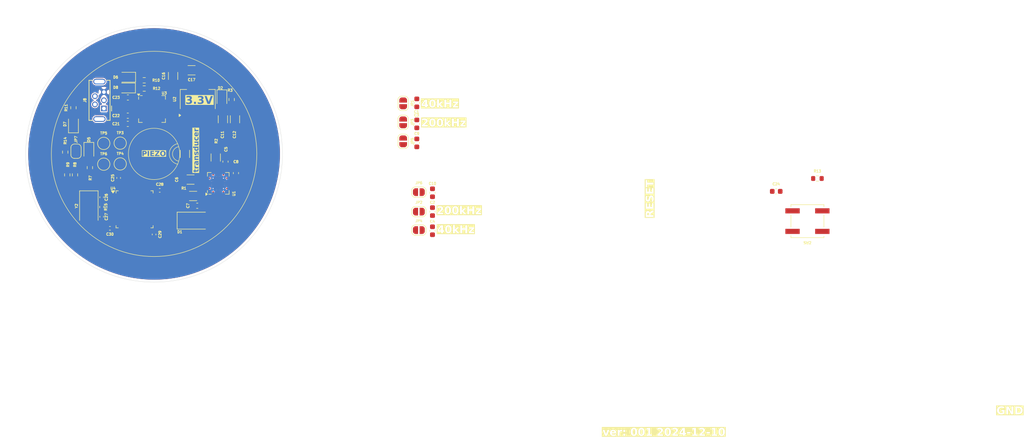
<source format=kicad_pcb>
(kicad_pcb (version 20240108) (generator "pcbnew") (generator_version "8.0")
  (layers (0 "F.Cu" signal) (31 "B.Cu" signal) (34 "B.Paste" user) (35 "F.Paste" user) (36 "B.SilkS" user "B.Silkscreen") (37 "F.SilkS" user "F.Silkscreen") (38 "B.Mask" user) (39 "F.Mask" user) (44 "Edge.Cuts" user))
  (net 0 "")
  (net 1 "Net-(J8-VBUS)")
  (net 2 "Net-(U3-VDD)")
  (net 3 "rst")
  (net 4 "GND")
  (net 5 "NCS")
  (net 6 "OUT_4")
  (net 7 "ADC")
  (net 8 "IO_2")
  (net 9 "Net-(U3-~{DTR})")
  (net 10 "OUT_3")
  (net 11 "SDO")
  (net 12 "SCLK")
  (net 13 "IO_1")
  (net 14 "+5V")
  (net 15 "SDI")
  (net 16 "Net-(JP1-A)")
  (net 17 "Net-(JP2-A)")
  (net 18 "Net-(JP3-A)")
  (net 19 "Net-(JP4-A)")
  (net 20 "Net-(C5-Pad1)")
  (net 21 "Net-(U1-INP)")
  (net 22 "Net-(U1-VDRV)")
  (net 23 "Net-(U1-VPWR)")
  (net 24 "Net-(JP5-A)")
  (net 25 "Net-(JP6-A)")
  (net 26 "Net-(D1-K)")
  (net 27 "VCC")
  (net 28 "Net-(U4-PD0-OSC_IN)")
  (net 29 "Net-(JP1-B)")
  (net 30 "Net-(JP2-B)")
  (net 31 "+3.3V")
  (net 32 "Net-(U4-PD0-OSC_OUT)")
  (net 33 "Net-(D5-A)")
  (net 34 "Net-(D6-K)")
  (net 35 "Net-(D7-A)")
  (net 36 "Net-(D8-K)")
  (net 39 "Net-(J8-D-)")
  (net 40 "Net-(J8-D+)")
  (net 41 "BOOT_0")
  (net 42 "Net-(U1-OUTA)")
  (net 43 "Net-(U4-PC13-TAMPER-RTC)")
  (net 44 "5V_voltage_detect")
  (net 45 "uC_TX")
  (net 46 "uC_RX")
  (net 47 "Net-(U1-OUTB)")
  (net 49 "Net-(D2-A)")
  (net 75 "BOOT_1")
  (footprint "Jumper:SolderJumper-2_P1.3mm_Open_RoundedPad1.0x1.5mm" (layer "F.Cu") (at 151.55 102.45)
    (property "Reference" "JP6" (at 0 -1.8 0) (layer "F.SilkS") (effects (font (size 0.5 0.5) (thickness 0.125))))
    (property "Value" "CUSTOM kHz")
    (pad "1" smd custom (at -0.65 0) (size 1 0.5) (layers "F.Cu" "F.Mask") (net 25 "Net-(JP6-A)") (options (clearance outline) (anchor rect)) (primitives (gr_circle (center 0 0.25) (end 0.5 0.25) (width 0) (fill yes)) (gr_circle (center 0 -0.25) (end 0.5 -0.25) (width 0) (fill yes)) (gr_poly (pts (xy 0.5 0.75) (xy 0 0.75) (xy 0 -0.75) (xy 0.5 -0.75)) (width 0) (fill yes))))
    (pad "2" smd custom (at 0.65 0) (size 1 0.5) (layers "F.Cu" "F.Mask") (net 30 "Net-(JP2-B)") (options (clearance outline) (anchor rect)) (primitives (gr_circle (center 0 0.25) (end 0.5 0.25) (width 0) (fill yes)) (gr_circle (center 0 -0.25) (end 0.5 -0.25) (width 0) (fill yes)) (gr_poly (pts (xy 0 0.75) (xy -0.5 0.75) (xy -0.5 -0.75) (xy 0 -0.75)) (width 0) (fill yes))))
  )
  (footprint "Capacitor_SMD:C_1206_3216Metric" (layer "F.Cu") (at 107.3 78.7 180)
    (property "Reference" "C17" (at 0 -1.85 360) (layer "F.SilkS") (effects (font (size 0.5 0.5) (thickness 0.125))))
    (property "Value" "C47uF")
    (pad "1" smd roundrect (at -1.475 0 180) (size 1.15 1.8) (layers "F.Cu" "F.Paste" "F.Mask") (roundrect_rratio 0.217391) (net 31 "+3.3V"))
    (pad "2" smd roundrect (at 1.475 0 180) (size 1.15 1.8) (layers "F.Cu" "F.Paste" "F.Mask") (roundrect_rratio 0.217391) (net 4 "GND"))
  )
  (footprint "Resistor_SMD:R_1206_3216Metric" (layer "F.Cu") (at 112 95.7 -90)
    (property "Reference" "R2" (at -3.2 -0.1 90) (layer "F.SilkS") (effects (font (size 0.5 0.5) (thickness 0.125))))
    (property "Value" "R200")
    (pad "1" smd roundrect (at -1.4625 0 270) (size 1.125 1.75) (layers "F.Cu" "F.Paste" "F.Mask") (roundrect_rratio 0.222222) (net 20 "Net-(C5-Pad1)"))
    (pad "2" smd roundrect (at 1.4625 0 270) (size 1.125 1.75) (layers "F.Cu" "F.Paste" "F.Mask") (roundrect_rratio 0.222222) (net 42 "Net-(U1-OUTA)"))
  )
  (footprint "Jumper:SolderJumper-2_P1.3mm_Open_RoundedPad1.0x1.5mm" (layer "F.Cu") (at 151.55 106.25)
    (property "Reference" "JP2" (at 0 -1.8 0) (layer "F.SilkS") (effects (font (size 0.5 0.5) (thickness 0.125))))
    (property "Value" "40kHz")
    (pad "1" smd custom (at -0.65 0) (size 1 0.5) (layers "F.Cu" "F.Mask") (net 17 "Net-(JP2-A)") (options (clearance outline) (anchor rect)) (primitives (gr_circle (center 0 0.25) (end 0.5 0.25) (width 0) (fill yes)) (gr_circle (center 0 -0.25) (end 0.5 -0.25) (width 0) (fill yes)) (gr_poly (pts (xy 0.5 0.75) (xy 0 0.75) (xy 0 -0.75) (xy 0.5 -0.75)) (width 0) (fill yes))))
    (pad "2" smd custom (at 0.65 0) (size 1 0.5) (layers "F.Cu" "F.Mask") (net 30 "Net-(JP2-B)") (options (clearance outline) (anchor rect)) (primitives (gr_circle (center 0 0.25) (end 0.5 0.25) (width 0) (fill yes)) (gr_circle (center 0 -0.25) (end 0.5 -0.25) (width 0) (fill yes)) (gr_poly (pts (xy 0 0.75) (xy -0.5 0.75) (xy -0.5 -0.75) (xy 0 -0.75)) (width 0) (fill yes))))
  )
  (footprint "Capacitor_SMD:C_0402_1005Metric" (layer "F.Cu") (at 89.8 107.25 -90)
    (property "Reference" "C27" (at 0 -0.9 90) (layer "F.SilkS") (effects (font (size 0.5 0.5) (thickness 0.125))))
    (property "Value" "C22pF")
    (pad "1" smd roundrect (at -0.48 0 270) (size 0.56 0.62) (layers "F.Cu" "F.Paste" "F.Mask") (net 32 "Net-(U4-PD0-OSC_OUT)"))
    (pad "2" smd roundrect (at 0.48 0 270) (size 0.56 0.62) (layers "F.Cu" "F.Paste" "F.Mask") (net 4 "GND"))
  )
  (footprint "Resistor_SMD:R_0603_1608Metric" (layer "F.Cu") (at 87.5 97.675 -90)
    (property "Reference" "R7" (at 2.025 -0.1 90) (layer "F.SilkS") (effects (font (size 0.5 0.5) (thickness 0.125))))
    (property "Value" "R1k")
    (pad "1" smd roundrect (at -0.825 0 270) (size 0.8 0.95) (layers "F.Cu" "F.Paste" "F.Mask") (net 33 "Net-(D5-A)"))
    (pad "2" smd roundrect (at 0.825 0 270) (size 0.8 0.95) (layers "F.Cu" "F.Paste" "F.Mask") (net 43 "Net-(U4-PC13-TAMPER-RTC)"))
  )
  (footprint "LED_SMD:LED_0805_2012Metric" (layer "F.Cu") (at 113.2 84.2 -90)
    (property "Reference" "D2" (at -2.05 0.3 180) (layer "F.SilkS") (effects (font (size 0.5 0.5) (thickness 0.125))))
    (property "Value" "LED_PWR")
    (pad "1" smd roundrect (at -0.9375 0 270) (size 0.975 1.4) (layers "F.Cu" "F.Paste" "F.Mask") (net 4 "GND"))
    (pad "2" smd roundrect (at 0.9375 0 270) (size 0.975 1.4) (layers "F.Cu" "F.Paste" "F.Mask") (net 49 "Net-(D2-A)"))
  )
  (footprint "Resistor_SMD:R_0603_1608Metric" (layer "F.Cu") (at 83.1 99.0875 -90)
    (property "Reference" "R9" (at -2 -0.14 90) (layer "F.SilkS") (effects (font (size 0.5 0.5) (thickness 0.125))))
    (property "Value" "R1k")
    (pad "1" smd roundrect (at -0.825 0 270) (size 0.8 0.95) (layers "F.Cu" "F.Paste" "F.Mask") (net 44 "5V_voltage_detect"))
    (pad "2" smd roundrect (at 0.825 0 270) (size 0.8 0.95) (layers "F.Cu" "F.Paste" "F.Mask") (net 4 "GND"))
  )
  (footprint "Resistor_SMD:R_1206_3216Metric" (layer "F.Cu") (at 106 95 90)
    (property "Reference" "Y1" (hide yes))
    (property "Value" "Crystal" (hide yes))
    (pad "1" smd roundrect (at -1.4625 0 90) (size 1.125 1.75) (layers "F.Cu" "F.Paste" "F.Mask") (roundrect_rratio 0.222222) (net 47 "Net-(U1-OUTB)"))
    (pad "2" smd roundrect (at 1.4625 0 90) (size 1.125 1.75) (layers "F.Cu" "F.Paste" "F.Mask") (roundrect_rratio 0.222222) (net 42 "Net-(U1-OUTA)"))
  )
  (footprint "Resistor_SMD:R_0402_1005Metric" (layer "F.Cu") (at 89.8 105.35 -90)
    (property "Reference" "R15" (at 0 -0.8 90) (layer "F.SilkS") (effects (font (size 0.5 0.5) (thickness 0.125))))
    (property "Value" "R1M")
    (pad "1" smd roundrect (at -0.51 0 270) (size 0.54 0.64) (layers "F.Cu" "F.Paste" "F.Mask") (net 28 "Net-(U4-PD0-OSC_IN)"))
    (pad "2" smd roundrect (at 0.51 0 270) (size 0.54 0.64) (layers "F.Cu" "F.Paste" "F.Mask") (net 32 "Net-(U4-PD0-OSC_OUT)"))
  )
  (footprint "Capacitor_SMD:C_0402_1005Metric" (layer "F.Cu") (at 93.1 99.68 90)
    (property "Reference" "C25" (at 0 -1.16 90) (layer "F.SilkS") (effects (font (size 0.5 0.5) (thickness 0.125))))
    (property "Value" "C100nF")
    (pad "1" smd roundrect (at -0.48 0 90) (size 0.56 0.62) (layers "F.Cu" "F.Paste" "F.Mask") (net 31 "+3.3V"))
    (pad "2" smd roundrect (at 0.48 0 90) (size 0.56 0.62) (layers "F.Cu" "F.Paste" "F.Mask") (net 4 "GND"))
  )
  (footprint "Resistor_SMD:R_0603_1608Metric" (layer "F.Cu") (at 229.145 99.79)
    (property "Reference" "R13" (at 0 -1.43 0) (layer "F.SilkS") (effects (font (size 0.5 0.5) (thickness 0.125))))
    (property "Value" "R10k")
    (pad "1" smd roundrect (at -0.825 0) (size 0.8 0.95) (layers "F.Cu" "F.Paste" "F.Mask") (net 31 "+3.3V"))
    (pad "2" smd roundrect (at 0.825 0) (size 0.8 0.95) (layers "F.Cu" "F.Paste" "F.Mask") (net 3 "rst"))
  )
  (footprint "Package_DFN_QFN:QFN-20-1EP_4x4mm_P0.5mm_EP2.5x2.5mm_ThermalVias" (layer "F.Cu") (at 112.5 100.7375 90)
    (property "Reference" "U1" (at -2 3.0375 90) (layer "F.SilkS") (effects (font (size 0.5 0.5) (thickness 0.125))))
    (property "Value" "TUSS4470TRTJR")
    (pad "1" smd roundrect (at -1.9375 -1 90) (size 0.825 0.25) (layers "F.Cu" "F.Paste" "F.Mask") (net 10 "OUT_3"))
    (pad "2" smd roundrect (at -1.9375 -0.5 90) (size 0.825 0.25) (layers "F.Cu" "F.Paste" "F.Mask") (net 4 "GND"))
    (pad "3" smd roundrect (at -1.9375 0 90) (size 0.825 0.25) (layers "F.Cu" "F.Paste" "F.Mask") (net 5 "NCS"))
    (pad "4" smd roundrect (at -1.9375 0.5 90) (size 0.825 0.25) (layers "F.Cu" "F.Paste" "F.Mask") (net 12 "SCLK"))
    (pad "5" smd roundrect (at -1.9375 1 90) (size 0.825 0.25) (layers "F.Cu" "F.Paste" "F.Mask") (net 15 "SDI"))
    (pad "6" smd roundrect (at -1 1.9375 90) (size 0.25 0.825) (layers "F.Cu" "F.Paste" "F.Mask") (net 11 "SDO"))
    (pad "7" smd roundrect (at -0.5 1.9375 90) (size 0.25 0.825) (layers "F.Cu" "F.Paste" "F.Mask") (net 13 "IO_1"))
    (pad "8" smd roundrect (at 0 1.9375 90) (size 0.25 0.825) (layers "F.Cu" "F.Paste" "F.Mask") (net 8 "IO_2"))
    (pad "9" smd roundrect (at 0.5 1.9375 90) (size 0.25 0.825) (layers "F.Cu" "F.Paste" "F.Mask") (net 7 "ADC"))
    (pad "10" smd roundrect (at 1 1.9375 90) (size 0.25 0.825) (layers "F.Cu" "F.Paste" "F.Mask") (net 14 "+5V"))
    (pad "11" smd roundrect (at 1.9375 1 90) (size 0.825 0.25) (layers "F.Cu" "F.Paste" "F.Mask") (net 30 "Net-(JP2-B)"))
    (pad "12" smd roundrect (at 1.9375 0.5 90) (size 0.825 0.25) (layers "F.Cu" "F.Paste" "F.Mask") (net 21 "Net-(U1-INP)"))
    (pad "13" smd roundrect (at 1.9375 0 90) (size 0.825 0.25) (layers "F.Cu" "F.Paste" "F.Mask") (net 4 "GND"))
    (pad "14" smd roundrect (at 1.9375 -0.5 90) (size 0.825 0.25) (layers "F.Cu" "F.Paste" "F.Mask") (net 4 "GND"))
    (pad "15" smd roundrect (at 1.9375 -1 90) (size 0.825 0.25) (layers "F.Cu" "F.Paste" "F.Mask") (net 42 "Net-(U1-OUTA)"))
    (pad "16" smd roundrect (at 1 -1.9375 90) (size 0.25 0.825) (layers "F.Cu" "F.Paste" "F.Mask") (net 47 "Net-(U1-OUTB)"))
    (pad "17" smd roundrect (at 0.5 -1.9375 90) (size 0.25 0.825) (layers "F.Cu" "F.Paste" "F.Mask") (net 22 "Net-(U1-VDRV)"))
    (pad "18" smd roundrect (at 0 -1.9375 90) (size 0.25 0.825) (layers "F.Cu" "F.Paste" "F.Mask") (net 29 "Net-(JP1-B)"))
    (pad "19" smd roundrect (at -0.5 -1.9375 90) (size 0.25 0.825) (layers "F.Cu" "F.Paste" "F.Mask") (net 6 "OUT_4"))
    (pad "20" smd roundrect (at -1 -1.9375 90) (size 0.25 0.825) (layers "F.Cu" "F.Paste" "F.Mask") (net 23 "Net-(U1-VPWR)"))
    (pad "21" thru_hole circle (at -1 -1 90) (size 0.5 0.5) (drill 0.2) (property pad_prop_heatsink) (layers "*.Cu") (net 4 "GND"))
    (pad "21" thru_hole circle (at -1 1 90) (size 0.5 0.5) (drill 0.2) (property pad_prop_heatsink) (layers "*.Cu") (net 4 "GND"))
    (pad "21" smd rect (at 0 0 90) (size 2.5 2.5) (property pad_prop_heatsink) (layers "F.Cu" "F.Mask") (net 4 "GND"))
    (pad "21" smd rect (at 0 0 90) (size 2.5 2.5) (property pad_prop_heatsink) (layers "B.Cu") (net 4 "GND"))
    (pad "21" thru_hole circle (at 1 -1 90) (size 0.5 0.5) (drill 0.2) (property pad_prop_heatsink) (layers "*.Cu") (net 4 "GND"))
    (pad "21" thru_hole circle (at 1 1 90) (size 0.5 0.5) (drill 0.2) (property pad_prop_heatsink) (layers "*.Cu") (net 4 "GND"))
  )
  (footprint "Diode_SMD:D_SMA" (layer "F.Cu") (at 108 108)
    (property "Reference" "D1" (at -3 2.2 360) (layer "F.SilkS") (effects (font (size 0.5 0.5) (thickness 0.125))))
    (property "Value" "1N4001")
    (pad "1" smd roundrect (at -2 0) (size 2.5 1.8) (layers "F.Cu" "F.Paste" "F.Mask") (roundrect_rratio 0.1388888889) (net 26 "Net-(D1-K)"))
    (pad "2" smd roundrect (at 2 0) (size 2.5 1.8) (layers "F.Cu" "F.Paste" "F.Mask") (roundrect_rratio 0.1388888889) (net 27 "VCC"))
  )
  (footprint "Resistor_SMD:R_0603_1608Metric" (layer "F.Cu") (at 84.6 99.0875 90)
    (property "Reference" "R8" (at 2 0 90) (layer "F.SilkS") (effects (font (size 0.5 0.5) (thickness 0.125))))
    (property "Value" "R1k")
    (pad "1" smd roundrect (at -0.825 0 90) (size 0.8 0.95) (layers "F.Cu" "F.Paste" "F.Mask") (net 14 "+5V"))
    (pad "2" smd roundrect (at 0.825 0 90) (size 0.8 0.95) (layers "F.Cu" "F.Paste" "F.Mask") (net 44 "5V_voltage_detect"))
  )
  (footprint "Capacitor_SMD:C_0603_1608Metric" (layer "F.Cu") (at 113.9 96.5 -90)
    (property "Reference" "C5" (at -2.4 -0.1 90) (layer "F.SilkS") (effects (font (size 0.5 0.5) (thickness 0.125))))
    (property "Value" "40V, 330pF")
    (pad "1" smd roundrect (at -0.775 0 270) (size 0.9 0.95) (layers "F.Cu" "F.Paste" "F.Mask") (net 20 "Net-(C5-Pad1)"))
    (pad "2" smd roundrect (at 0.775 0 270) (size 0.9 0.95) (layers "F.Cu" "F.Paste" "F.Mask") (net 21 "Net-(U1-INP)"))
  )
  (footprint "Resistor_SMD:R_0603_1608Metric" (layer "F.Cu") (at 98.08 80.65)
    (property "Reference" "R10" (at 2.3 0 360) (layer "F.SilkS") (effects (font (size 0.5 0.5) (thickness 0.125))))
    (property "Value" "R330")
    (pad "1" smd roundrect (at -0.825 0) (size 0.8 0.95) (layers "F.Cu" "F.Paste" "F.Mask") (net 34 "Net-(D6-K)"))
    (pad "2" smd roundrect (at 0.825 0) (size 0.8 0.95) (layers "F.Cu" "F.Paste" "F.Mask") (net 45 "uC_TX"))
  )
  (footprint "Capacitor_SMD:C_0402_1005Metric" (layer "F.Cu") (at 100 110.7 -90)
    (property "Reference" "C29" (at 0 -1.16 90) (layer "F.SilkS") (effects (font (size 0.5 0.5) (thickness 0.125))))
    (property "Value" "C100nF")
    (pad "1" smd roundrect (at -0.48 0 270) (size 0.56 0.62) (layers "F.Cu" "F.Paste" "F.Mask") (net 31 "+3.3V"))
    (pad "2" smd roundrect (at 0.48 0 270) (size 0.56 0.62) (layers "F.Cu" "F.Paste" "F.Mask") (net 4 "GND"))
  )
  (footprint "Capacitor_SMD:C_1206_3216Metric" (layer "F.Cu") (at 115.75 88.25 90)
    (property "Reference" "C12" (at -3 -0.1 90) (layer "F.SilkS") (effects (font (size 0.5 0.5) (thickness 0.125))))
    (property "Value" "C47uF")
    (pad "1" smd roundrect (at -1.475 0 90) (size 1.15 1.8) (layers "F.Cu" "F.Paste" "F.Mask") (roundrect_rratio 0.217391) (net 14 "+5V"))
    (pad "2" smd roundrect (at 1.475 0 90) (size 1.15 1.8) (layers "F.Cu" "F.Paste" "F.Mask") (roundrect_rratio 0.217391) (net 4 "GND"))
  )
  (footprint "Jumper:SolderJumper-2_P1.3mm_Open_RoundedPad1.0x1.5mm" (layer "F.Cu") (at 148.49 88.85 -90)
    (property "Reference" "JP3" (at 0 -1.8 270) (layer "F.SilkS") (effects (font (size 0.5 0.5) (thickness 0.125))))
    (property "Value" "200kHz")
    (pad "1" smd custom (at -0.65 0 270) (size 1 0.5) (layers "F.Cu" "F.Mask") (net 18 "Net-(JP3-A)") (options (clearance outline) (anchor rect)) (primitives (gr_circle (center 0 0.25) (end 0.5 0.25) (width 0) (fill yes)) (gr_circle (center 0 -0.25) (end 0.5 -0.25) (width 0) (fill yes)) (gr_poly (pts (xy 0.5 0.75) (xy 0 0.75) (xy 0 -0.75) (xy 0.5 -0.75)) (width 0) (fill yes))))
    (pad "2" smd custom (at 0.65 0 270) (size 1 0.5) (layers "F.Cu" "F.Mask") (net 29 "Net-(JP1-B)") (options (clearance outline) (anchor rect)) (primitives (gr_circle (center 0 0.25) (end 0.5 0.25) (width 0) (fill yes)) (gr_circle (center 0 -0.25) (end 0.5 -0.25) (width 0) (fill yes)) (gr_poly (pts (xy 0 0.75) (xy -0.5 0.75) (xy -0.5 -0.75) (xy 0 -0.75)) (width 0) (fill yes))))
  )
  (footprint "LED_SMD:LED_0805_2012Metric" (layer "F.Cu") (at 87.3 94.45 -90)
    (property "Reference" "D5" (at -2.25 0 90) (layer "F.SilkS") (effects (font (size 0.5 0.5) (thickness 0.125))))
    (property "Value" "LED_PC13")
    (pad "1" smd roundrect (at -0.9375 0 270) (size 0.975 1.4) (layers "F.Cu" "F.Paste" "F.Mask") (net 4 "GND"))
    (pad "2" smd roundrect (at 0.9375 0 270) (size 0.975 1.4) (layers "F.Cu" "F.Paste" "F.Mask") (net 33 "Net-(D5-A)"))
  )
  (footprint "Capacitor_SMD:C_0603_1608Metric" (layer "F.Cu") (at 154.2 106.25 90)
    (property "Reference" "C2" (at 1.8 0 180) (layer "F.SilkS") (effects (font (size 0.5 0.5) (thickness 0.125))))
    (property "Value" "C106nF")
    (pad "1" smd roundrect (at -0.775 0 90) (size 0.9 0.95) (layers "F.Cu" "F.Paste" "F.Mask") (net 17 "Net-(JP2-A)"))
    (pad "2" smd roundrect (at 0.775 0 90) (size 0.9 0.95) (layers "F.Cu" "F.Paste" "F.Mask") (net 4 "GND"))
  )
  (footprint "TestPoint:TestPoint_Pad_D2.0mm" (layer "F.Cu") (at 93.4 96.95)
    (property "Reference" "TP4" (at 0 -1.998 0) (layer "F.SilkS") (effects (font (size 0.5 0.5) (thickness 0.125))))
    (property "Value" "TX")
    (pad "1" smd circle (at 0 0) (size 2 2) (layers "F.Cu" "F.Mask") (net 45 "uC_TX"))
  )
  (footprint "LED_SMD:LED_0805_2012Metric" (layer "F.Cu") (at 84.3 89.2 90)
    (property "Reference" "D7" (at 0 -1.65 90) (layer "F.SilkS") (effects (font (size 0.5 0.5) (thickness 0.125))))
    (property "Value" "LED_3.3V_PWR")
    (pad "1" smd roundrect (at -0.9375 0 90) (size 0.975 1.4) (layers "F.Cu" "F.Paste" "F.Mask") (net 4 "GND"))
    (pad "2" smd roundrect (at 0.9375 0 90) (size 0.975 1.4) (layers "F.Cu" "F.Paste" "F.Mask") (net 35 "Net-(D7-A)"))
  )
  (footprint "TestPoint:TestPoint_Pad_D2.0mm" (layer "F.Cu") (at 93.4 92.9)
    (property "Reference" "TP3" (at 0 -1.998 0) (layer "F.SilkS") (effects (font (size 0.5 0.5) (thickness 0.125))))
    (property "Value" "RX")
    (pad "1" smd circle (at 0 0) (size 2 2) (layers "F.Cu" "F.Mask") (net 46 "uC_RX"))
  )
  (footprint "Package_QFP:LQFP-48_7x7mm_P0.5mm" (layer "F.Cu") (at 96.2 105.8)
    (property "Reference" "U4" (at -4.2 -4.1 360) (layer "F.SilkS") (effects (font (size 0.5 0.5) (thickness 0.125))))
    (property "Value" "STM32F103C8Tx")
    (pad "1" smd roundrect (at -4.1625 -2.75) (size 1.475 0.3) (layers "F.Cu" "F.Paste" "F.Mask"))
    (pad "2" smd roundrect (at -4.1625 -2.25) (size 1.475 0.3) (layers "F.Cu" "F.Paste" "F.Mask") (net 43 "Net-(U4-PC13-TAMPER-RTC)"))
    (pad "3" smd roundrect (at -4.1625 -1.75) (size 1.475 0.3) (layers "F.Cu" "F.Paste" "F.Mask"))
    (pad "4" smd roundrect (at -4.1625 -1.25) (size 1.475 0.3) (layers "F.Cu" "F.Paste" "F.Mask"))
    (pad "5" smd roundrect (at -4.1625 -0.75) (size 1.475 0.3) (layers "F.Cu" "F.Paste" "F.Mask") (net 28 "Net-(U4-PD0-OSC_IN)"))
    (pad "6" smd roundrect (at -4.1625 -0.25) (size 1.475 0.3) (layers "F.Cu" "F.Paste" "F.Mask") (net 32 "Net-(U4-PD0-OSC_OUT)"))
    (pad "7" smd roundrect (at -4.1625 0.25) (size 1.475 0.3) (layers "F.Cu" "F.Paste" "F.Mask") (net 3 "rst"))
    (pad "8" smd roundrect (at -4.1625 0.75) (size 1.475 0.3) (layers "F.Cu" "F.Paste" "F.Mask") (net 4 "GND"))
    (pad "9" smd roundrect (at -4.1625 1.25) (size 1.475 0.3) (layers "F.Cu" "F.Paste" "F.Mask") (net 31 "+3.3V"))
    (pad "10" smd roundrect (at -4.1625 1.75) (size 1.475 0.3) (layers "F.Cu" "F.Paste" "F.Mask"))
    (pad "11" smd roundrect (at -4.1625 2.25) (size 1.475 0.3) (layers "F.Cu" "F.Paste" "F.Mask"))
    (pad "12" smd roundrect (at -4.1625 2.75) (size 1.475 0.3) (layers "F.Cu" "F.Paste" "F.Mask"))
    (pad "13" smd roundrect (at -2.75 4.1625) (size 0.3 1.475) (layers "F.Cu" "F.Paste" "F.Mask"))
    (pad "14" smd roundrect (at -2.25 4.1625) (size 0.3 1.475) (layers "F.Cu" "F.Paste" "F.Mask"))
    (pad "15" smd roundrect (at -1.75 4.1625) (size 0.3 1.475) (layers "F.Cu" "F.Paste" "F.Mask"))
    (pad "16" smd roundrect (at -1.25 4.1625) (size 0.3 1.475) (layers "F.Cu" "F.Paste" "F.Mask"))
    (pad "17" smd roundrect (at -0.75 4.1625) (size 0.3 1.475) (layers "F.Cu" "F.Paste" "F.Mask"))
    (pad "18" smd roundrect (at -0.25 4.1625) (size 0.3 1.475) (layers "F.Cu" "F.Paste" "F.Mask"))
    (pad "19" smd roundrect (at 0.25 4.1625) (size 0.3 1.475) (layers "F.Cu" "F.Paste" "F.Mask") (net 44 "5V_voltage_detect"))
    (pad "20" smd roundrect (at 0.75 4.1625) (size 0.3 1.475) (layers "F.Cu" "F.Paste" "F.Mask") (net 75 "BOOT_1"))
    (pad "21" smd roundrect (at 1.25 4.1625) (size 0.3 1.475) (layers "F.Cu" "F.Paste" "F.Mask"))
    (pad "22" smd roundrect (at 1.75 4.1625) (size 0.3 1.475) (layers "F.Cu" "F.Paste" "F.Mask"))
    (pad "23" smd roundrect (at 2.25 4.1625) (size 0.3 1.475) (layers "F.Cu" "F.Paste" "F.Mask") (net 4 "GND"))
    (pad "24" smd roundrect (at 2.75 4.1625) (size 0.3 1.475) (layers "F.Cu" "F.Paste" "F.Mask") (net 31 "+3.3V"))
    (pad "25" smd roundrect (at 4.1625 2.75) (size 1.475 0.3) (layers "F.Cu" "F.Paste" "F.Mask"))
    (pad "26" smd roundrect (at 4.1625 2.25) (size 1.475 0.3) (layers "F.Cu" "F.Paste" "F.Mask"))
    (pad "27" smd roundrect (at 4.1625 1.75) (size 1.475 0.3) (layers "F.Cu" "F.Paste" "F.Mask"))
    (pad "28" smd roundrect (at 4.1625 1.25) (size 1.475 0.3) (layers "F.Cu" "F.Paste" "F.Mask"))
    (pad "29" smd roundrect (at 4.1625 0.75) (size 1.475 0.3) (layers "F.Cu" "F.Paste" "F.Mask"))
    (pad "30" smd roundrect (at 4.1625 0.25) (size 1.475 0.3) (layers "F.Cu" "F.Paste" "F.Mask") (net 45 "uC_TX"))
    (pad "31" smd roundrect (at 4.1625 -0.25) (size 1.475 0.3) (layers "F.Cu" "F.Paste" "F.Mask") (net 46 "uC_RX"))
    (pad "32" smd roundrect (at 4.1625 -0.75) (size 1.475 0.3) (layers "F.Cu" "F.Paste" "F.Mask"))
    (pad "33" smd roundrect (at 4.1625 -1.25) (size 1.475 0.3) (layers "F.Cu" "F.Paste" "F.Mask"))
    (pad "34" smd roundrect (at 4.1625 -1.75) (size 1.475 0.3) (layers "F.Cu" "F.Paste" "F.Mask"))
    (pad "35" smd roundrect (at 4.1625 -2.25) (size 1.475 0.3) (layers "F.Cu" "F.Paste" "F.Mask") (net 4 "GND"))
    (pad "36" smd roundrect (at 4.1625 -2.75) (size 1.475 0.3) (layers "F.Cu" "F.Paste" "F.Mask") (net 31 "+3.3V"))
    (pad "37" smd roundrect (at 2.75 -4.1625) (size 0.3 1.475) (layers "F.Cu" "F.Paste" "F.Mask"))
    (pad "38" smd roundrect (at 2.25 -4.1625) (size 0.3 1.475) (layers "F.Cu" "F.Paste" "F.Mask"))
    (pad "39" smd roundrect (at 1.75 -4.1625) (size 0.3 1.475) (layers "F.Cu" "F.Paste" "F.Mask"))
    (pad "40" smd roundrect (at 1.25 -4.1625) (size 0.3 1.475) (layers "F.Cu" "F.Paste" "F.Mask"))
    (pad "41" smd roundrect (at 0.75 -4.1625) (size 0.3 1.475) (layers "F.Cu" "F.Paste" "F.Mask"))
    (pad "42" smd roundrect (at 0.25 -4.1625) (size 0.3 1.475) (layers "F.Cu" "F.Paste" "F.Mask"))
    (pad "43" smd roundrect (at -0.25 -4.1625) (size 0.3 1.475) (layers "F.Cu" "F.Paste" "F.Mask"))
    (pad "44" smd roundrect (at -0.75 -4.1625) (size 0.3 1.475) (layers "F.Cu" "F.Paste" "F.Mask") (net 41 "BOOT_0"))
    (pad "45" smd roundrect (at -1.25 -4.1625) (size 0.3 1.475) (layers "F.Cu" "F.Paste" "F.Mask"))
    (pad "46" smd roundrect (at -1.75 -4.1625) (size 0.3 1.475) (layers "F.Cu" "F.Paste" "F.Mask"))
    (pad "47" smd roundrect (at -2.25 -4.1625) (size 0.3 1.475) (layers "F.Cu" "F.Paste" "F.Mask") (net 4 "GND"))
    (pad "48" smd roundrect (at -2.75 -4.1625) (size 0.3 1.475) (layers "F.Cu" "F.Paste" "F.Mask") (net 31 "+3.3V"))
  )
  (footprint "Capacitor_SMD:C_0603_1608Metric" (layer "F.Cu") (at 115.9375 98.7375 -90)
    (property "Reference" "C8" (at -2.2 0 360) (layer "F.SilkS") (effects (font (size 0.5 0.5) (thickness 0.125))))
    (property "Value" "10nF")
    (pad "1" smd roundrect (at -0.775 0 270) (size 0.9 0.95) (layers "F.Cu" "F.Paste" "F.Mask") (net 4 "GND"))
    (pad "2" smd roundrect (at 0.775 0 270) (size 0.9 0.95) (layers "F.Cu" "F.Paste" "F.Mask") (net 14 "+5V"))
  )
  (footprint "Button_Switch_SMD:SW_Push_1P1T_NO_CK_KSC7xxJ" (layer "F.Cu") (at 227.2 108.1)
    (property "Reference" "SW2" (at 0 4.24 0) (layer "F.SilkS") (effects (font (size 0.5 0.5) (thickness 0.125))))
    (property "Value" "RST")
    (pad "1" smd rect (at -2.9 -2) (size 2.8 1) (layers "F.Cu" "F.Paste" "F.Mask") (net 3 "rst"))
    (pad "1" smd rect (at 2.9 -2) (size 2.8 1) (layers "F.Cu" "F.Paste" "F.Mask") (net 3 "rst"))
    (pad "2" smd rect (at -2.9 2) (size 2.8 1) (layers "F.Cu" "F.Paste" "F.Mask") (net 4 "GND"))
    (pad "2" smd rect (at 2.9 2) (size 2.8 1) (layers "F.Cu" "F.Paste" "F.Mask") (net 4 "GND"))
  )
  (footprint "Capacitor_SMD:C_0603_1608Metric" (layer "F.Cu") (at 94.9 84 180)
    (property "Reference" "C23" (at 2.3 0 360) (layer "F.SilkS") (effects (font (size 0.5 0.5) (thickness 0.125))))
    (property "Value" "C100nF")
    (pad "1" smd roundrect (at -0.775 0 180) (size 0.9 0.95) (layers "F.Cu" "F.Paste" "F.Mask") (net 9 "Net-(U3-~{DTR})"))
    (pad "2" smd roundrect (at 0.775 0 180) (size 0.9 0.95) (layers "F.Cu" "F.Paste" "F.Mask") (net 3 "rst"))
  )
  (footprint "Capacitor_SMD:C_0402_1005Metric" (layer "F.Cu") (at 101.1 102.1)
    (property "Reference" "C28" (at 0 -1.16 360) (layer "F.SilkS") (effects (font (size 0.5 0.5) (thickness 0.125))))
    (property "Value" "C100nF")
    (pad "1" smd roundrect (at -0.48 0) (size 0.56 0.62) (layers "F.Cu" "F.Paste" "F.Mask") (net 31 "+3.3V"))
    (pad "2" smd roundrect (at 0.48 0) (size 0.56 0.62) (layers "F.Cu" "F.Paste" "F.Mask") (net 4 "GND"))
  )
  (footprint "Capacitor_SMD:C_1206_3216Metric" (layer "F.Cu") (at 103.7 79.8 90)
    (property "Reference" "C16" (at 0 -1.85 90) (layer "F.SilkS") (effects (font (size 0.5 0.5) (thickness 0.125))))
    (property "Value" "C100nF")
    (pad "1" smd roundrect (at -1.475 0 90) (size 1.15 1.8) (layers "F.Cu" "F.Paste" "F.Mask") (roundrect_rratio 0.217391) (net 31 "+3.3V"))
    (pad "2" smd roundrect (at 1.475 0 90) (size 1.15 1.8) (layers "F.Cu" "F.Paste" "F.Mask") (roundrect_rratio 0.217391) (net 4 "GND"))
  )
  (footprint "Resistor_SMD:R_0603_1608Metric" (layer "F.Cu") (at 115.1 84.4 90)
    (property "Reference" "R3" (at 1.8 -0.3 180) (layer "F.SilkS") (effects (font (size 0.5 0.5) (thickness 0.125))))
    (property "Value" "R330")
    (pad "1" smd roundrect (at -0.825 0 90) (size 0.8 0.95) (layers "F.Cu" "F.Paste" "F.Mask") (net 49 "Net-(D2-A)"))
    (pad "2" smd roundrect (at 0.825 0 90) (size 0.8 0.95) (layers "F.Cu" "F.Paste" "F.Mask") (net 14 "+5V"))
  )
  (footprint "Jumper:SolderJumper-2_P1.3mm_Open_RoundedPad1.0x1.5mm" (layer "F.Cu") (at 151.55 109.85)
    (property "Reference" "JP4" (at 0 -1.8 0) (layer "F.SilkS") (effects (font (size 0.5 0.5) (thickness 0.125))))
    (property "Value" "200kHz")
    (pad "1" smd custom (at -0.65 0) (size 1 0.5) (layers "F.Cu" "F.Mask") (net 19 "Net-(JP4-A)") (options (clearance outline) (anchor rect)) (primitives (gr_circle (center 0 0.25) (end 0.5 0.25) (width 0) (fill yes)) (gr_circle (center 0 -0.25) (end 0.5 -0.25) (width 0) (fill yes)) (gr_poly (pts (xy 0.5 0.75) (xy 0 0.75) (xy 0 -0.75) (xy 0.5 -0.75)) (width 0) (fill yes))))
    (pad "2" smd custom (at 0.65 0) (size 1 0.5) (layers "F.Cu" "F.Mask") (net 30 "Net-(JP2-B)") (options (clearance outline) (anchor rect)) (primitives (gr_circle (center 0 0.25) (end 0.5 0.25) (width 0) (fill yes)) (gr_circle (center 0 -0.25) (end 0.5 -0.25) (width 0) (fill yes)) (gr_poly (pts (xy 0 0.75) (xy -0.5 0.75) (xy -0.5 -0.75) (xy 0 -0.75)) (width 0) (fill yes))))
  )
  (footprint "LED_SMD:LED_0805_2012Metric" (layer "F.Cu") (at 94.68 82.15 180)
    (property "Reference" "D8" (at 2.1625 0.1 360) (layer "F.SilkS") (effects (font (size 0.5 0.5) (thickness 0.125))))
    (property "Value" "RX")
    (pad "1" smd roundrect (at -0.9375 0 180) (size 0.975 1.4) (layers "F.Cu" "F.Paste" "F.Mask") (net 36 "Net-(D8-K)"))
    (pad "2" smd roundrect (at 0.9375 0 180) (size 0.975 1.4) (layers "F.Cu" "F.Paste" "F.Mask") (net 31 "+3.3V"))
  )
  (footprint "TestPoint:TestPoint_Pad_D2.0mm" (layer "F.Cu") (at 90.2 97)
    (property "Reference" "TP6" (at 0 -1.998 0) (layer "F.SilkS") (effects (font (size 0.5 0.5) (thickness 0.125))))
    (property "Value" "3.3V")
    (pad "1" smd circle (at 0 0) (size 2 2) (layers "F.Cu" "F.Mask") (net 31 "+3.3V"))
  )
  (footprint "Capacitor_SMD:C_1206_3216Metric" (layer "F.Cu") (at 107.1 100 180)
    (property "Reference" "C6" (at 2.7 0 90) (layer "F.SilkS") (effects (font (size 0.5 0.5) (thickness 0.125))))
    (property "Value" "40V, 2µF")
    (pad "1" smd roundrect (at -1.475 0 180) (size 1.15 1.8) (layers "F.Cu" "F.Paste" "F.Mask") (roundrect_rratio 0.217391) (net 22 "Net-(U1-VDRV)"))
    (pad "2" smd roundrect (at 1.475 0 180) (size 1.15 1.8) (layers "F.Cu" "F.Paste" "F.Mask") (roundrect_rratio 0.217391) (net 4 "GND"))
  )
  (footprint "Capacitor_SMD:C_0603_1608Metric" (layer "F.Cu") (at 94.88 87.55)
    (property "Reference" "C22" (at -2.3 0 0) (layer "F.SilkS") (effects (font (size 0.5 0.5) (thickness 0.125))))
    (property "Value" "C100nF")
    (pad "1" smd roundrect (at -0.775 0) (size 0.9 0.95) (layers "F.Cu" "F.Paste" "F.Mask") (net 4 "GND"))
    (pad "2" smd roundrect (at 0.775 0) (size 0.9 0.95) (layers "F.Cu" "F.Paste" "F.Mask") (net 2 "Net-(U3-VDD)"))
  )
  (footprint "TestPoint:TestPoint_Pad_D2.0mm" (layer "F.Cu") (at 90.2 92.95)
    (property "Reference" "TP5" (at 0 -1.998 0) (layer "F.SilkS") (effects (font (size 0.5 0.5) (thickness 0.125))))
    (property "Value" "GND")
    (pad "1" smd circle (at 0 0) (size 2 2) (layers "F.Cu" "F.Mask") (net 4 "GND"))
  )
  (footprint "Package_TO_SOT_SMD:SOT-223-3_TabPin2" (layer "F.Cu") (at 108.5 84.35 90)
    (property "Reference" "U2" (at 0 -4.5 90) (layer "F.SilkS") (effects (font (size 0.5 0.5) (thickness 0.125))))
    (property "Value" "AMS1117-3.3")
    (pad "1" smd roundrect (at -3.15 -2.3 90) (size 2 1.5) (layers "F.Cu" "F.Paste" "F.Mask") (net 4 "GND"))
    (pad "2" smd roundrect (at -3.15 0 90) (size 2 1.5) (layers "F.Cu" "F.Paste" "F.Mask") (net 31 "+3.3V"))
    (pad "2" smd roundrect (at 3.15 0 90) (size 2 3.8) (layers "F.Cu" "F.Paste" "F.Mask") (net 31 "+3.3V"))
    (pad "3" smd roundrect (at -3.15 2.3 90) (size 2 1.5) (layers "F.Cu" "F.Paste" "F.Mask") (net 14 "+5V"))
  )
  (footprint "Capacitor_SMD:C_0603_1608Metric" (layer "F.Cu") (at 154.2 102.575 90)
    (property "Reference" "C10" (at 1.8 0 180) (layer "F.SilkS") (effects (font (size 0.5 0.5) (thickness 0.125))))
    (property "Value" "CXXnF")
    (pad "1" smd roundrect (at -0.775 0 90) (size 0.9 0.95) (layers "F.Cu" "F.Paste" "F.Mask") (net 25 "Net-(JP6-A)"))
    (pad "2" smd roundrect (at 0.775 0 90) (size 0.9 0.95) (layers "F.Cu" "F.Paste" "F.Mask") (net 4 "GND"))
  )
  (footprint "Capacitor_SMD:C_0603_1608Metric" (layer "F.Cu") (at 151.15 92.85 90)
    (property "Reference" "C9" (at 1.8 0 180) (layer "F.SilkS") (effects (font (size 0.5 0.5) (thickness 0.125))))
    (property "Value" "CXXnF")
    (pad "1" smd roundrect (at -0.775 0 90) (size 0.9 0.95) (layers "F.Cu" "F.Paste" "F.Mask") (net 24 "Net-(JP5-A)"))
    (pad "2" smd roundrect (at 0.775 0 90) (size 0.9 0.95) (layers "F.Cu" "F.Paste" "F.Mask") (net 4 "GND"))
  )
  (footprint "Capacitor_SMD:C_0603_1608Metric" (layer "F.Cu") (at 221.125 102.3)
    (property "Reference" "C24" (at 0 -1.43 0) (layer "F.SilkS") (effects (font (size 0.5 0.5) (thickness 0.125))))
    (property "Value" "C100nF")
    (pad "1" smd roundrect (at -0.775 0) (size 0.9 0.95) (layers "F.Cu" "F.Paste" "F.Mask") (net 3 "rst"))
    (pad "2" smd roundrect (at 0.775 0) (size 0.9 0.95) (layers "F.Cu" "F.Paste" "F.Mask") (net 4 "GND"))
  )
  (footprint "Capacitor_SMD:C_0603_1608Metric" (layer "F.Cu") (at 151.15 85.05 90)
    (property "Reference" "C1" (at -1.75 -0.05 180) (layer "F.SilkS") (effects (font (size 0.5 0.5) (thickness 0.125))))
    (property "Value" "C15nF")
    (pad "1" smd roundrect (at -0.775 0 90) (size 0.9 0.95) (layers "F.Cu" "F.Paste" "F.Mask") (net 16 "Net-(JP1-A)"))
    (pad "2" smd roundrect (at 0.775 0 90) (size 0.9 0.95) (layers "F.Cu" "F.Paste" "F.Mask") (net 4 "GND"))
  )
  (footprint "Jumper:SolderJumper-2_P1.3mm_Open_RoundedPad1.0x1.5mm" (layer "F.Cu") (at 84.8 94.475 90)
    (property "Reference" "JP7" (at 2.3 0 90) (layer "F.SilkS") (effects (font (size 0.5 0.5) (thickness 0.125))))
    (property "Value" "termination_jumper")
    (pad "1" smd custom (at -0.65 0 90) (size 1 0.5) (layers "F.Cu" "F.Mask") (net 41 "BOOT_0") (options (clearance outline) (anchor rect)) (primitives (gr_circle (center 0 0.25) (end 0.5 0.25) (width 0) (fill yes)) (gr_circle (center 0 -0.25) (end 0.5 -0.25) (width 0) (fill yes)) (gr_poly (pts (xy 0.5 0.75) (xy 0 0.75) (xy 0 -0.75) (xy 0.5 -0.75)) (width 0) (fill yes))))
    (pad "2" smd custom (at 0.65 0 90) (size 1 0.5) (layers "F.Cu" "F.Mask") (net 31 "+3.3V") (options (clearance outline) (anchor rect)) (primitives (gr_circle (center 0 0.25) (end 0.5 0.25) (width 0) (fill yes)) (gr_circle (center 0 -0.25) (end 0.5 -0.25) (width 0) (fill yes)) (gr_poly (pts (xy 0 0.75) (xy -0.5 0.75) (xy -0.5 -0.75) (xy 0 -0.75)) (width 0) (fill yes))))
  )
  (footprint "Resistor_SMD:R_1206_3216Metric" (layer "F.Cu") (at 107.6 103.2 180)
    (property "Reference" "R1" (at 1.8 1.5 360) (layer "F.SilkS") (effects (font (size 0.5 0.5) (thickness 0.125))))
    (property "Value" "R10")
    (pad "1" smd roundrect (at -1.4625 0 180) (size 1.125 1.75) (layers "F.Cu" "F.Paste" "F.Mask") (roundrect_rratio 0.222222) (net 23 "Net-(U1-VPWR)"))
    (pad "2" smd roundrect (at 1.4625 0 180) (size 1.125 1.75) (layers "F.Cu" "F.Paste" "F.Mask") (roundrect_rratio 0.222222) (net 26 "Net-(D1-K)"))
  )
  (footprint "Capacitor_SMD:C_0603_1608Metric" (layer "F.Cu") (at 151.15 89.15 90)
    (property "Reference" "C3" (at 1.7 -0.05 180) (layer "F.SilkS") (effects (font (size 0.5 0.5) (thickness 0.125))))
    (property "Value" "C3.2nF")
    (pad "1" smd roundrect (at -0.775 0 90) (size 0.9 0.95) (layers "F.Cu" "F.Paste" "F.Mask") (net 18 "Net-(JP3-A)"))
    (pad "2" smd roundrect (at 0.775 0 90) (size 0.9 0.95) (layers "F.Cu" "F.Paste" "F.Mask") (net 4 "GND"))
  )
  (footprint "LED_SMD:LED_0805_2012Metric" (layer "F.Cu") (at 94.7175 80.05 180)
    (property "Reference" "D6" (at 2.2 0 360) (layer "F.SilkS") (effects (font (size 0.5 0.5) (thickness 0.125))))
    (property "Value" "TX")
    (pad "1" smd roundrect (at -0.9375 0 180) (size 0.975 1.4) (layers "F.Cu" "F.Paste" "F.Mask") (net 34 "Net-(D6-K)"))
    (pad "2" smd roundrect (at 0.9375 0 180) (size 0.975 1.4) (layers "F.Cu" "F.Paste" "F.Mask") (net 31 "+3.3V"))
  )
  (footprint "Crystal:Crystal_SMD_5032-2Pin_5.0x3.2mm" (layer "F.Cu") (at 87.3 105.25 -90)
    (property "Reference" "Y2" (at -0.1 2.4 90) (layer "F.SilkS") (effects (font (size 0.5 0.5) (thickness 0.125))))
    (property "Value" "Crystal")
    (pad "1" smd rect (at -1.85 0 270) (size 2 2.4) (layers "F.Cu" "F.Paste" "F.Mask") (net 28 "Net-(U4-PD0-OSC_IN)"))
    (pad "2" smd rect (at 1.85 0 270) (size 2 2.4) (layers "F.Cu" "F.Paste" "F.Mask") (net 32 "Net-(U4-PD0-OSC_OUT)"))
  )
  (footprint "Capacitor_SMD:C_0402_1005Metric" (layer "F.Cu") (at 89.8 103.45 -90)
    (property "Reference" "C26" (at 0 -0.9 90) (layer "F.SilkS") (effects (font (size 0.5 0.5) (thickness 0.125))))
    (property "Value" "C22pF")
    (pad "1" smd roundrect (at -0.48 0 270) (size 0.56 0.62) (layers "F.Cu" "F.Paste" "F.Mask") (net 4 "GND"))
    (pad "2" smd roundrect (at 0.48 0 270) (size 0.56 0.62) (layers "F.Cu" "F.Paste" "F.Mask") (net 28 "Net-(U4-PD0-OSC_IN)"))
  )
  (footprint "Connector_USB:USB_Mini-B_Tensility_54-00023_Vertical" (layer "F.Cu") (at 90.23 86.15 90)
    (property "Reference" "J8" (at 1.6 -3.7 90) (layer "F.SilkS") (effects (font (size 0.5 0.5) (thickness 0.125))))
    (property "Value" "USB_B_Mini")
    (pad "1" thru_hole rect (at 0 0 90) (size 1.1 1.1) (drill 0.7) (layers "*.Cu" "*.Mask") (net 1 "Net-(J8-VBUS)"))
    (pad "2" thru_hole circle (at 0.8 -1.75 90) (size 1.1 1.1) (drill 0.7) (layers "*.Cu" "*.Mask") (net 39 "Net-(J8-D-)"))
    (pad "3" thru_hole circle (at 1.6 0 90) (size 1.1 1.1) (drill 0.7) (layers "*.Cu" "*.Mask") (net 40 "Net-(J8-D+)"))
    (pad "4" thru_hole circle (at 2.4 -1.75 90) (size 1.1 1.1) (drill 0.7) (layers "*.Cu" "*.Mask"))
    (pad "5" thru_hole circle (at 3.2 0 90) (size 1.1 1.1) (drill 0.7) (layers "*.Cu" "*.Mask") (net 4 "GND"))
    (pad "6" thru_hole oval (at -2.05 -0.875 90) (size 1.1 2.4) (drill oval 0.7 2) (layers "*.Cu" "*.Mask"))
    (pad "6" thru_hole oval (at 5.25 -0.875 90) (size 1.1 2.4) (drill oval 0.7 2) (layers "*.Cu" "*.Mask"))
  )
  (footprint "Capacitor_SMD:C_0402_1005Metric" (layer "F.Cu") (at 91.4 109.5 180)
    (property "Reference" "C30" (at 0 -1.16 360) (layer "F.SilkS") (effects (font (size 0.5 0.5) (thickness 0.125))))
    (property "Value" "C100nF")
    (pad "1" smd roundrect (at -0.48 0 180) (size 0.56 0.62) (layers "F.Cu" "F.Paste" "F.Mask") (net 31 "+3.3V"))
    (pad "2" smd roundrect (at 0.48 0 180) (size 0.56 0.62) (layers "F.Cu" "F.Paste" "F.Mask") (net 4 "GND"))
  )
  (footprint "Capacitor_SMD:C_0603_1608Metric" (layer "F.Cu") (at 108.4 105.1 180)
    (property "Reference" "C7" (at 1.8 0 90) (layer "F.SilkS") (effects (font (size 0.5 0.5) (thickness 0.125))))
    (property "Value" "50V, 100nF")
    (pad "1" smd roundrect (at -0.775 0 180) (size 0.9 0.95) (layers "F.Cu" "F.Paste" "F.Mask") (net 23 "Net-(U1-VPWR)"))
    (pad "2" smd roundrect (at 0.775 0 180) (size 0.9 0.95) (layers "F.Cu" "F.Paste" "F.Mask") (net 4 "GND"))
  )
  (footprint "Resistor_SMD:R_0603_1608Metric" (layer "F.Cu") (at 82.7 94.65 90)
    (property "Reference" "R14" (at 2.225 0 90) (layer "F.SilkS") (effects (font (size 0.5 0.5) (thickness 0.125))))
    (property "Value" "R10k")
    (pad "1" smd roundrect (at -0.825 0 90) (size 0.8 0.95) (layers "F.Cu" "F.Paste" "F.Mask") (net 41 "BOOT_0"))
    (pad "2" smd roundrect (at 0.825 0 90) (size 0.8 0.95) (layers "F.Cu" "F.Paste" "F.Mask") (net 4 "GND"))
  )
  (footprint "Resistor_SMD:R_0603_1608Metric" (layer "F.Cu") (at 84.3 86 90)
    (property "Reference" "R11" (at 0 -1.43 90) (layer "F.SilkS") (effects (font (size 0.5 0.5) (thickness 0.125))))
    (property "Value" "R330")
    (pad "1" smd roundrect (at -0.825 0 90) (size 0.8 0.95) (layers "F.Cu" "F.Paste" "F.Mask") (net 35 "Net-(D7-A)"))
    (pad "2" smd roundrect (at 0.825 0 90) (size 0.8 0.95) (layers "F.Cu" "F.Paste" "F.Mask") (net 31 "+3.3V"))
  )
  (footprint "Capacitor_SMD:C_0603_1608Metric" (layer "F.Cu") (at 154.2 109.975 90)
    (property "Reference" "C4" (at 1.825 0 180) (layer "F.SilkS") (effects (font (size 0.5 0.5) (thickness 0.125))))
    (property "Value" "C21.2nF")
    (pad "1" smd roundrect (at -0.775 0 90) (size 0.9 0.95) (layers "F.Cu" "F.Paste" "F.Mask") (net 19 "Net-(JP4-A)"))
    (pad "2" smd roundrect (at 0.775 0 90) (size 0.9 0.95) (layers "F.Cu" "F.Paste" "F.Mask") (net 4 "GND"))
  )
  (footprint "Jumper:SolderJumper-2_P1.3mm_Open_RoundedPad1.0x1.5mm" (layer "F.Cu") (at 148.49 92.55 -90)
    (property "Reference" "JP5" (at 0 -1.8 270) (layer "F.SilkS") (effects (font (size 0.5 0.5) (thickness 0.125))))
    (property "Value" "CUSTOM kHz")
    (pad "1" smd custom (at -0.65 0 270) (size 1 0.5) (layers "F.Cu" "F.Mask") (net 24 "Net-(JP5-A)") (options (clearance outline) (anchor rect)) (primitives (gr_circle (center 0 0.25) (end 0.5 0.25) (width 0) (fill yes)) (gr_circle (center 0 -0.25) (end 0.5 -0.25) (width 0) (fill yes)) (gr_poly (pts (xy 0.5 0.75) (xy 0 0.75) (xy 0 -0.75) (xy 0.5 -0.75)) (width 0) (fill yes))))
    (pad "2" smd custom (at 0.65 0 270) (size 1 0.5) (layers "F.Cu" "F.Mask") (net 29 "Net-(JP1-B)") (options (clearance outline) (anchor rect)) (primitives (gr_circle (center 0 0.25) (end 0.5 0.25) (width 0) (fill yes)) (gr_circle (center 0 -0.25) (end 0.5 -0.25) (width 0) (fill yes)) (gr_poly (pts (xy 0 0.75) (xy -0.5 0.75) (xy -0.5 -0.75) (xy 0 -0.75)) (width 0) (fill yes))))
  )
  (footprint "Jumper:SolderJumper-2_P1.3mm_Open_RoundedPad1.0x1.5mm" (layer "F.Cu") (at 148.49 85.15 -90)
    (property "Reference" "JP1" (at 0 -1.8 270) (layer "F.SilkS") (effects (font (size 0.5 0.5) (thickness 0.125))))
    (property "Value" "40kHz")
    (pad "1" smd custom (at -0.65 0 270) (size 1 0.5) (layers "F.Cu" "F.Mask") (net 16 "Net-(JP1-A)") (options (clearance outline) (anchor rect)) (primitives (gr_circle (center 0 0.25) (end 0.5 0.25) (width 0) (fill yes)) (gr_circle (center 0 -0.25) (end 0.5 -0.25) (width 0) (fill yes)) (gr_poly (pts (xy 0.5 0.75) (xy 0 0.75) (xy 0 -0.75) (xy 0.5 -0.75)) (width 0) (fill yes))))
    (pad "2" smd custom (at 0.65 0 270) (size 1 0.5) (layers "F.Cu" "F.Mask") (net 29 "Net-(JP1-B)") (options (clearance outline) (anchor rect)) (primitives (gr_circle (center 0 0.25) (end 0.5 0.25) (width 0) (fill yes)) (gr_circle (center 0 -0.25) (end 0.5 -0.25) (width 0) (fill yes)) (gr_poly (pts (xy 0 0.75) (xy -0.5 0.75) (xy -0.5 -0.75) (xy 0 -0.75)) (width 0) (fill yes))))
  )
  (footprint "Resistor_SMD:R_0603_1608Metric" (layer "F.Cu") (at 98.08 82.25)
    (property "Reference" "R12" (at 2.4 0 360) (layer "F.SilkS") (effects (font (size 0.5 0.5) (thickness 0.125))))
    (property "Value" "R330")
    (pad "1" smd roundrect (at -0.825 0) (size 0.8 0.95) (layers "F.Cu" "F.Paste" "F.Mask") (net 36 "Net-(D8-K)"))
    (pad "2" smd roundrect (at 0.825 0) (size 0.8 0.95) (layers "F.Cu" "F.Paste" "F.Mask") (net 46 "uC_RX"))
  )
  (footprint "Capacitor_SMD:C_1206_3216Metric" (layer "F.Cu") (at 113.4 88.25 90)
    (property "Reference" "C11" (at -3 -0.1 90) (layer "F.SilkS") (effects (font (size 0.5 0.5) (thickness 0.125))))
    (property "Value" "C100nF")
    (pad "1" smd roundrect (at -1.475 0 90) (size 1.15 1.8) (layers "F.Cu" "F.Paste" "F.Mask") (roundrect_rratio 0.217391) (net 14 "+5V"))
    (pad "2" smd roundrect (at 1.475 0 90) (size 1.15 1.8) (layers "F.Cu" "F.Paste" "F.Mask") (roundrect_rratio 0.217391) (net 4 "GND"))
  )
  (footprint "Capacitor_SMD:C_0603_1608Metric" (layer "F.Cu") (at 94.88 89.15)
    (property "Reference" "C21" (at -2.3 0 0) (layer "F.SilkS") (effects (font (size 0.5 0.5) (thickness 0.125))))
    (property "Value" "C100nF")
    (pad "1" smd roundrect (at -0.775 0) (size 0.9 0.95) (layers "F.Cu" "F.Paste" "F.Mask") (net 4 "GND"))
    (pad "2" smd roundrect (at 0.775 0) (size 0.9 0.95) (layers "F.Cu" "F.Paste" "F.Mask") (net 1 "Net-(J8-VBUS)"))
  )
  (footprint "Package_DFN_QFN:QFN-28-1EP_5x5mm_P0.5mm_EP3.35x3.35mm" (layer "F.Cu") (at 99.6 86.25)
    (property "Reference" "U3" (at 2.38 -3.1 0) (layer "F.SilkS") (effects (font (size 0.5 0.5) (thickness 0.125))))
    (property "Value" "CP2102N-A01-GQFN28")
    (pad "1" smd roundrect (at -2.45 -1.5) (size 0.8 0.25) (layers "F.Cu" "F.Paste" "F.Mask"))
    (pad "2" smd roundrect (at -2.45 -1) (size 0.8 0.25) (layers "F.Cu" "F.Paste" "F.Mask"))
    (pad "3" smd roundrect (at -2.45 -0.5) (size 0.8 0.25) (layers "F.Cu" "F.Paste" "F.Mask") (net 4 "GND"))
    (pad "4" smd roundrect (at -2.45 0) (size 0.8 0.25) (layers "F.Cu" "F.Paste" "F.Mask") (net 40 "Net-(J8-D+)"))
    (pad "5" smd roundrect (at -2.45 0.5) (size 0.8 0.25) (layers "F.Cu" "F.Paste" "F.Mask") (net 39 "Net-(J8-D-)"))
    (pad "6" smd roundrect (at -2.45 1) (size 0.8 0.25) (layers "F.Cu" "F.Paste" "F.Mask") (net 2 "Net-(U3-VDD)"))
    (pad "7" smd roundrect (at -2.45 1.5) (size 0.8 0.25) (layers "F.Cu" "F.Paste" "F.Mask") (net 1 "Net-(J8-VBUS)"))
    (pad "8" smd roundrect (at -1.5 2.45) (size 0.25 0.8) (layers "F.Cu" "F.Paste" "F.Mask") (net 1 "Net-(J8-VBUS)"))
    (pad "9" smd roundrect (at -1 2.45) (size 0.25 0.8) (layers "F.Cu" "F.Paste" "F.Mask"))
    (pad "10" smd roundrect (at -0.5 2.45) (size 0.25 0.8) (layers "F.Cu" "F.Paste" "F.Mask"))
    (pad "11" smd roundrect (at 0 2.45) (size 0.25 0.8) (layers "F.Cu" "F.Paste" "F.Mask"))
    (pad "12" smd roundrect (at 0.5 2.45) (size 0.25 0.8) (layers "F.Cu" "F.Paste" "F.Mask"))
    (pad "13" smd roundrect (at 1 2.45) (size 0.25 0.8) (layers "F.Cu" "F.Paste" "F.Mask"))
    (pad "14" smd roundrect (at 1.5 2.45) (size 0.25 0.8) (layers "F.Cu" "F.Paste" "F.Mask"))
    (pad "15" smd roundrect (at 2.45 1.5) (size 0.8 0.25) (layers "F.Cu" "F.Paste" "F.Mask"))
    (pad "16" smd roundrect (at 2.45 1) (size 0.8 0.25) (layers "F.Cu" "F.Paste" "F.Mask"))
    (pad "17" smd roundrect (at 2.45 0.5) (size 0.8 0.25) (layers "F.Cu" "F.Paste" "F.Mask"))
    (pad "18" smd roundrect (at 2.45 0) (size 0.8 0.25) (layers "F.Cu" "F.Paste" "F.Mask"))
    (pad "19" smd roundrect (at 2.45 -0.5) (size 0.8 0.25) (layers "F.Cu" "F.Paste" "F.Mask"))
    (pad "20" smd roundrect (at 2.45 -1) (size 0.8 0.25) (layers "F.Cu" "F.Paste" "F.Mask"))
    (pad "21" smd roundrect (at 2.45 -1.5) (size 0.8 0.25) (layers "F.Cu" "F.Paste" "F.Mask"))
    (pad "22" smd roundrect (at 1.5 -2.45) (size 0.25 0.8) (layers "F.Cu" "F.Paste" "F.Mask"))
    (pad "23" smd roundrect (at 1 -2.45) (size 0.25 0.8) (layers "F.Cu" "F.Paste" "F.Mask"))
    (pad "24" smd roundrect (at 0.5 -2.45) (size 0.25 0.8) (layers "F.Cu" "F.Paste" "F.Mask"))
    (pad "25" smd roundrect (at 0 -2.45) (size 0.25 0.8) (layers "F.Cu" "F.Paste" "F.Mask") (net 45 "uC_TX"))
    (pad "26" smd roundrect (at -0.5 -2.45) (size 0.25 0.8) (layers "F.Cu" "F.Paste" "F.Mask") (net 46 "uC_RX"))
    (pad "27" smd roundrect (at -1 -2.45) (size 0.25 0.8) (layers "F.Cu" "F.Paste" "F.Mask"))
    (pad "28" smd roundrect (at -1.5 -2.45) (size 0.25 0.8) (layers "F.Cu" "F.Paste" "F.Mask") (net 9 "Net-(U3-~{DTR})"))
    (pad "29" smd rect (at 0 0) (size 3.35 3.35) (property pad_prop_heatsink) (layers "F.Cu" "F.Mask") (net 4 "GND"))
  )
  (gr_circle (center 100 95) (end 120 95) (stroke (width 0.1)) (fill none) (layer "F.SilkS"))
  (gr_arc (start 104.767505 96.394971) (mid 103.585883 94.983559) (end 104.8 93.600001) (stroke (width 0.1)) (layer "F.SilkS"))
  (gr_circle (center 100 95) (end 105 95) (stroke (width 0.1)) (fill none) (layer "F.SilkS"))
  (gr_arc (start 104.600001 96.999998) (mid 102.960394 95) (end 104.6 93.000002) (stroke (width 0.1)) (layer "F.SilkS"))
  (gr_circle (center 100 95) (end 125 95) (stroke (width 0.05)) (fill none) (layer "Edge.Cuts"))
  (gr_text "3.3V" (at 106.1 85.5 0) (layer "F.SilkS" knockout) (effects (font (size 1.5 1.5) (thickness 0.3) (bold yes)) (justify left bottom)))
  (gr_text "200kHz" (at 152 89.9 0) (layer "F.SilkS" knockout) (effects (font (size 1.5 1.5) (thickness 0.3) (bold yes)) (justify left bottom)))
  (gr_text "40kHz" (at 152 86.2 0) (layer "F.SilkS" knockout) (effects (font (size 1.5 1.5) (thickness 0.3) (bold yes)) (justify left bottom)))
  (gr_text "GND" (at 264 146 0) (layer "F.SilkS" knockout) (effects (font (size 1.5 1.5) (thickness 0.3) (bold yes)) (justify left bottom)))
  (gr_text "RESET" (at 197.5 107.5 90) (layer "F.SilkS" knockout) (effects (font (size 1.5 1.5) (thickness 0.3) (bold yes)) (justify left bottom)))
  (gr_text "200kHz" (at 155 107 0) (layer "F.SilkS" knockout) (effects (font (size 1.5 1.5) (thickness 0.3) (bold yes)) (justify left bottom)))
  (gr_text "40kHz" (at 155.1 110.7 0) (layer "F.SilkS" knockout) (effects (font (size 1.5 1.5) (thickness 0.3) (bold yes)) (justify left bottom)))
  (gr_text "transducer" (at 108.8 98.6 90) (layer "F.SilkS" knockout) (effects (font (size 1 1) (thickness 0.25) (bold yes)) (justify left bottom)))
  (gr_text "ver: 001 2024-12-10\n" (at 187.3 150.2 0) (layer "F.SilkS" knockout) (effects (font (size 1.5 1.5) (thickness 0.3) (bold yes)) (justify left bottom)))
  (gr_text "PIEZO" (at 97.6 95.6 0) (layer "F.SilkS" knockout) (effects (font (size 1 1) (thickness 0.2) (bold yes)) (justify left bottom)))
  (zone (net 4) (net_name "GND") (layers "F&B.Cu") (connect_pads (clearance 0)) (min_thickness 0.25) (fill yes (thermal_gap 0.5) (thermal_bridge_width 0.5))
    (polygon (pts (xy 70 65) (xy 130 65) (xy 130 125) (xy 70 125)))
  )
)
</source>
